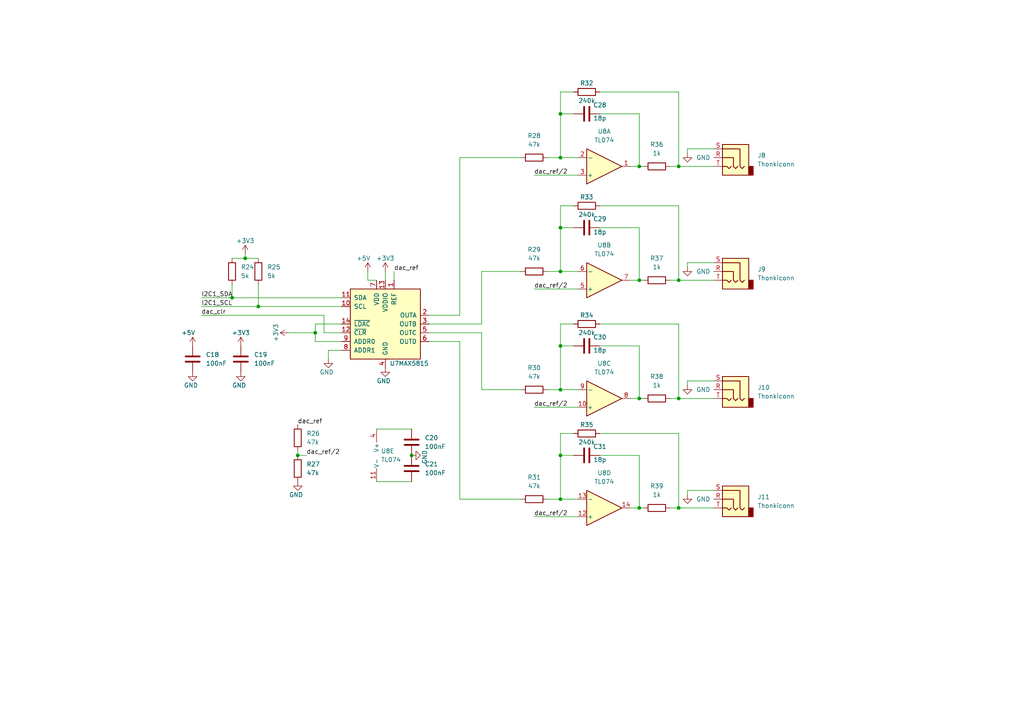
<source format=kicad_sch>
(kicad_sch (version 20211123) (generator eeschema)
  (paper "A4")
  (lib_symbols
    (symbol "Amplifier_Operational:TL074" (pin_names (offset 0.127))
      (property "Reference" "U" (at 0 5.08 0))
      (property "Value" "TL074" (at 0 -5.08 0))
      (symbol "TL074_1_1"
        (polyline (pts (xy -5.08 5.08) (xy 5.08 0) (xy -5.08 -5.08) (xy -5.08 5.08)) (stroke (width 0.254)) (fill (type background)))
        (pin output line (at 7.62 0 180) (length 2.54) (name "~") (number "1"))
        (pin input line (at -7.62 -2.54 0) (length 2.54) (name "-") (number "2"))
        (pin input line (at -7.62 2.54 0) (length 2.54) (name "+") (number "3"))
      )
      (symbol "TL074_2_1"
        (polyline (pts (xy -5.08 5.08) (xy 5.08 0) (xy -5.08 -5.08) (xy -5.08 5.08)) (stroke (width 0.254)) (fill (type background)))
        (pin input line (at -7.62 2.54 0) (length 2.54) (name "+") (number "5"))
        (pin input line (at -7.62 -2.54 0) (length 2.54) (name "-") (number "6"))
        (pin output line (at 7.62 0 180) (length 2.54) (name "~") (number "7"))
      )
      (symbol "TL074_3_1"
        (polyline (pts (xy -5.08 5.08) (xy 5.08 0) (xy -5.08 -5.08) (xy -5.08 5.08)) (stroke (width 0.254)) (fill (type background)))
        (pin input line (at -7.62 2.54 0) (length 2.54) (name "+") (number "10"))
        (pin output line (at 7.62 0 180) (length 2.54) (name "~") (number "8"))
        (pin input line (at -7.62 -2.54 0) (length 2.54) (name "-") (number "9"))
      )
      (symbol "TL074_4_1"
        (polyline (pts (xy -5.08 5.08) (xy 5.08 0) (xy -5.08 -5.08) (xy -5.08 5.08)) (stroke (width 0.254)) (fill (type background)))
        (pin input line (at -7.62 2.54 0) (length 2.54) (name "+") (number "12"))
        (pin input line (at -7.62 -2.54 0) (length 2.54) (name "-") (number "13"))
        (pin output line (at 7.62 0 180) (length 2.54) (name "~") (number "14"))
      )
      (symbol "TL074_5_1"
        (pin power_in line (at -2.54 -7.62 90) (length 3.81) (name "V-") (number "11"))
        (pin power_in line (at -2.54 7.62 270) (length 3.81) (name "V+") (number "4"))
      )
    )
    (symbol "Analog_DAC:MAX5815" (pin_names (offset 1.016))
      (property "Reference" "U" (at -8.89 11.43 0))
      (property "Value" "MAX5815" (at 8.89 11.43 0))
      (symbol "MAX5815_0_1"
        (rectangle (start -10.16 10.16) (end 10.16 -10.16) (stroke (width 0.254)) (fill (type background)))
      )
      (symbol "MAX5815_1_1"
        (pin power_in line (at 2.54 12.7 270) (length 2.54) (name "REF") (number "1"))
        (pin input line (at -12.7 5.08 0) (length 2.54) (name "SCL") (number "10"))
        (pin bidirectional line (at -12.7 7.62 0) (length 2.54) (name "SDA") (number "11"))
        (pin input line (at -12.7 -2.54 0) (length 2.54) (name "~{CLR}") (number "12"))
        (pin power_in line (at 0 12.7 270) (length 2.54) (name "VDDIO") (number "13"))
        (pin input line (at -12.7 0 0) (length 2.54) (name "~{LDAC}") (number "14"))
        (pin output line (at 12.7 2.54 180) (length 2.54) (name "OUTA") (number "2"))
        (pin output line (at 12.7 0 180) (length 2.54) (name "OUTB") (number "3"))
        (pin power_in line (at 0 -12.7 90) (length 2.54) (name "GND") (number "4"))
        (pin output line (at 12.7 -2.54 180) (length 2.54) (name "OUTC") (number "5"))
        (pin output line (at 12.7 -5.08 180) (length 2.54) (name "OUTD") (number "6"))
        (pin power_in line (at -2.54 12.7 270) (length 2.54) (name "VDD") (number "7"))
        (pin input line (at -12.7 -7.62 0) (length 2.54) (name "ADDR1") (number "8"))
        (pin input line (at -12.7 -5.08 0) (length 2.54) (name "ADDR0") (number "9"))
      )
    )
    (symbol "Connector:AudioJack3"
      (property "Reference" "J" (at 0 8.89 0))
      (property "Value" "AudioJack3" (at 0 6.35 0))
      (symbol "AudioJack3_0_1"
        (rectangle (start -5.08 -5.08) (end -6.35 -2.54) (stroke (width 0.254)) (fill (type outline)))
        (polyline (pts (xy 0 -2.54) (xy 0.635 -3.175) (xy 1.27 -2.54) (xy 2.54 -2.54)) (stroke (width 0.254)))
        (polyline (pts (xy -1.905 -2.54) (xy -1.27 -3.175) (xy -0.635 -2.54) (xy -0.635 0) (xy 2.54 0)) (stroke (width 0.254)))
        (polyline (pts (xy 2.54 2.54) (xy -2.54 2.54) (xy -2.54 -2.54) (xy -3.175 -3.175) (xy -3.81 -2.54)) (stroke (width 0.254)))
        (rectangle (start 2.54 3.81) (end -5.08 -5.08) (stroke (width 0.254)) (fill (type background)))
      )
      (symbol "AudioJack3_1_1"
        (pin passive line (at 5.08 0 180) (length 2.54) (name "~") (number "R"))
        (pin passive line (at 5.08 2.54 180) (length 2.54) (name "~") (number "S"))
        (pin passive line (at 5.08 -2.54 180) (length 2.54) (name "~") (number "T"))
      )
    )
    (symbol "Device:C" (pin_numbers hide) (pin_names (offset 0.254))
      (property "Reference" "C" (at 0.635 2.54 0))
      (property "Value" "C" (at 0.635 -2.54 0))
      (symbol "C_0_1"
        (polyline (pts (xy -2.032 -0.762) (xy 2.032 -0.762)) (stroke (width 0.508)))
        (polyline (pts (xy -2.032 0.762) (xy 2.032 0.762)) (stroke (width 0.508)))
      )
      (symbol "C_1_1"
        (pin passive line (at 0 3.81 270) (length 2.794) (name "~") (number "1"))
        (pin passive line (at 0 -3.81 90) (length 2.794) (name "~") (number "2"))
      )
    )
    (symbol "Device:R" (pin_numbers hide) (pin_names (offset 0))
      (property "Reference" "R" (at 2.032 0 90))
      (property "Value" "R" (at 0 0 90))
      (symbol "R_0_1"
        (rectangle (start -1.016 -2.54) (end 1.016 2.54) (stroke (width 0.254)))
      )
      (symbol "R_1_1"
        (pin passive line (at 0 3.81 270) (length 1.27) (name "~") (number "1"))
        (pin passive line (at 0 -3.81 90) (length 1.27) (name "~") (number "2"))
      )
    )
    (symbol "power:+3.3V" (power) (pin_names (offset 0))
      (property "Value" "+3.3V" (at 0 3.556 0))
      (symbol "+3.3V_0_1"
        (polyline (pts (xy -0.762 1.27) (xy 0 2.54)))
        (polyline (pts (xy 0 0) (xy 0 2.54)))
        (polyline (pts (xy 0 2.54) (xy 0.762 1.27)))
      )
      (symbol "+3.3V_1_1"
        (pin power_in line (at 0 0 90) (length 0) hide (name "+3V3") (number "1"))
      )
    )
    (symbol "power:+5V" (power) (pin_names (offset 0))
      (property "Value" "+5V" (at 0 3.556 0))
      (symbol "+5V_0_1"
        (polyline (pts (xy -0.762 1.27) (xy 0 2.54)))
        (polyline (pts (xy 0 0) (xy 0 2.54)))
        (polyline (pts (xy 0 2.54) (xy 0.762 1.27)))
      )
      (symbol "+5V_1_1"
        (pin power_in line (at 0 0 90) (length 0) hide (name "+5V") (number "1"))
      )
    )
    (symbol "power:GND" (power) (pin_names (offset 0))
      (property "Value" "GND" (at 0 -3.81 0))
      (symbol "GND_0_1"
        (polyline (pts (xy 0 0) (xy 0 -1.27) (xy 1.27 -1.27) (xy 0 -2.54) (xy -1.27 -1.27) (xy 0 -1.27)))
      )
      (symbol "GND_1_1"
        (pin power_in line (at 0 0 270) (length 0) hide (name "GND") (number "1"))
      )
    )
  )
  (junction (at 162.56 66.04))
  (junction (at 185.42 48.26))
  (junction (at 185.42 81.28))
  (junction (at 196.85 81.28))
  (junction (at 162.56 78.74))
  (junction (at 162.56 100.33))
  (junction (at 162.56 45.72))
  (junction (at 162.56 113.03))
  (junction (at 196.85 48.26))
  (junction (at 162.56 33.02))
  (junction (at 162.56 132.08))
  (junction (at 196.85 115.57))
  (junction (at 86.36 132.08))
  (junction (at 185.42 115.57))
  (junction (at 91.44 96.52))
  (junction (at 162.56 144.78))
  (junction (at 119.38 132.08))
  (junction (at 74.93 88.9))
  (junction (at 196.85 147.32))
  (junction (at 67.31 86.36))
  (junction (at 71.12 74.93))
  (junction (at 185.42 147.32))
  (wire (pts (xy 67.31 86.36) (xy 99.06 86.36)))
  (wire (pts (xy 182.88 147.32) (xy 185.42 147.32)))
  (wire (pts (xy 58.42 91.44) (xy 93.98 91.44)))
  (wire (pts (xy 166.37 33.02) (xy 162.56 33.02)))
  (wire (pts (xy 93.98 96.52) (xy 93.98 91.44)))
  (wire (pts (xy 196.85 93.98) (xy 196.85 115.57)))
  (wire (pts (xy 199.39 77.47) (xy 199.39 76.2)))
  (wire (pts (xy 91.44 93.98) (xy 91.44 96.52)))
  (wire (pts (xy 133.35 91.44) (xy 133.35 45.72)))
  (wire (pts (xy 185.42 33.02) (xy 185.42 48.26)))
  (wire (pts (xy 106.68 78.74) (xy 106.68 81.28)))
  (wire (pts (xy 74.93 82.55) (xy 74.93 88.9)))
  (wire (pts (xy 99.06 96.52) (xy 93.98 96.52)))
  (wire (pts (xy 182.88 115.57) (xy 185.42 115.57)))
  (wire (pts (xy 199.39 76.2) (xy 207.01 76.2)))
  (wire (pts (xy 71.12 73.66) (xy 71.12 74.93)))
  (wire (pts (xy 199.39 111.76) (xy 199.39 110.49)))
  (wire (pts (xy 124.46 91.44) (xy 133.35 91.44)))
  (wire (pts (xy 95.25 101.6) (xy 99.06 101.6)))
  (wire (pts (xy 199.39 142.24) (xy 207.01 142.24)))
  (wire (pts (xy 162.56 93.98) (xy 166.37 93.98)))
  (wire (pts (xy 162.56 100.33) (xy 162.56 113.03)))
  (wire (pts (xy 74.93 88.9) (xy 99.06 88.9)))
  (wire (pts (xy 166.37 100.33) (xy 162.56 100.33)))
  (wire (pts (xy 196.85 125.73) (xy 196.85 147.32)))
  (wire (pts (xy 199.39 44.45) (xy 199.39 43.18)))
  (wire (pts (xy 185.42 48.26) (xy 186.69 48.26)))
  (wire (pts (xy 154.94 118.11) (xy 167.64 118.11)))
  (wire (pts (xy 162.56 26.67) (xy 166.37 26.67)))
  (wire (pts (xy 58.42 86.36) (xy 67.31 86.36)))
  (wire (pts (xy 196.85 26.67) (xy 196.85 48.26)))
  (wire (pts (xy 162.56 66.04) (xy 162.56 78.74)))
  (wire (pts (xy 133.35 45.72) (xy 151.13 45.72)))
  (wire (pts (xy 151.13 144.78) (xy 133.35 144.78)))
  (wire (pts (xy 158.75 113.03) (xy 162.56 113.03)))
  (wire (pts (xy 109.22 139.7) (xy 119.38 139.7)))
  (wire (pts (xy 91.44 99.06) (xy 91.44 96.52)))
  (wire (pts (xy 162.56 26.67) (xy 162.56 33.02)))
  (wire (pts (xy 158.75 144.78) (xy 162.56 144.78)))
  (wire (pts (xy 162.56 59.69) (xy 162.56 66.04)))
  (wire (pts (xy 139.7 93.98) (xy 139.7 78.74)))
  (wire (pts (xy 182.88 48.26) (xy 185.42 48.26)))
  (wire (pts (xy 173.99 66.04) (xy 185.42 66.04)))
  (wire (pts (xy 99.06 99.06) (xy 91.44 99.06)))
  (wire (pts (xy 109.22 124.46) (xy 119.38 124.46)))
  (wire (pts (xy 111.76 78.74) (xy 111.76 81.28)))
  (wire (pts (xy 166.37 132.08) (xy 162.56 132.08)))
  (wire (pts (xy 196.85 81.28) (xy 194.31 81.28)))
  (wire (pts (xy 154.94 50.8) (xy 167.64 50.8)))
  (wire (pts (xy 196.85 48.26) (xy 194.31 48.26)))
  (wire (pts (xy 199.39 43.18) (xy 207.01 43.18)))
  (wire (pts (xy 162.56 144.78) (xy 167.64 144.78)))
  (wire (pts (xy 199.39 110.49) (xy 207.01 110.49)))
  (wire (pts (xy 162.56 113.03) (xy 167.64 113.03)))
  (wire (pts (xy 173.99 93.98) (xy 196.85 93.98)))
  (wire (pts (xy 185.42 100.33) (xy 185.42 115.57)))
  (wire (pts (xy 124.46 96.52) (xy 139.7 96.52)))
  (wire (pts (xy 162.56 132.08) (xy 162.56 144.78)))
  (wire (pts (xy 199.39 143.51) (xy 199.39 142.24)))
  (wire (pts (xy 196.85 59.69) (xy 196.85 81.28)))
  (wire (pts (xy 173.99 100.33) (xy 185.42 100.33)))
  (wire (pts (xy 173.99 59.69) (xy 196.85 59.69)))
  (wire (pts (xy 124.46 93.98) (xy 139.7 93.98)))
  (wire (pts (xy 182.88 81.28) (xy 185.42 81.28)))
  (wire (pts (xy 185.42 132.08) (xy 185.42 147.32)))
  (wire (pts (xy 95.25 104.14) (xy 95.25 101.6)))
  (wire (pts (xy 162.56 33.02) (xy 162.56 45.72)))
  (wire (pts (xy 99.06 93.98) (xy 91.44 93.98)))
  (wire (pts (xy 173.99 132.08) (xy 185.42 132.08)))
  (wire (pts (xy 162.56 59.69) (xy 166.37 59.69)))
  (wire (pts (xy 162.56 93.98) (xy 162.56 100.33)))
  (wire (pts (xy 158.75 45.72) (xy 162.56 45.72)))
  (wire (pts (xy 133.35 99.06) (xy 124.46 99.06)))
  (wire (pts (xy 86.36 132.08) (xy 88.9 132.08)))
  (wire (pts (xy 139.7 78.74) (xy 151.13 78.74)))
  (wire (pts (xy 139.7 113.03) (xy 151.13 113.03)))
  (wire (pts (xy 166.37 66.04) (xy 162.56 66.04)))
  (wire (pts (xy 71.12 74.93) (xy 74.93 74.93)))
  (wire (pts (xy 154.94 83.82) (xy 167.64 83.82)))
  (wire (pts (xy 158.75 78.74) (xy 162.56 78.74)))
  (wire (pts (xy 114.3 78.74) (xy 114.3 81.28)))
  (wire (pts (xy 185.42 147.32) (xy 186.69 147.32)))
  (wire (pts (xy 173.99 26.67) (xy 196.85 26.67)))
  (wire (pts (xy 67.31 82.55) (xy 67.31 86.36)))
  (wire (pts (xy 185.42 66.04) (xy 185.42 81.28)))
  (wire (pts (xy 133.35 144.78) (xy 133.35 99.06)))
  (wire (pts (xy 162.56 125.73) (xy 162.56 132.08)))
  (wire (pts (xy 196.85 81.28) (xy 207.01 81.28)))
  (wire (pts (xy 139.7 96.52) (xy 139.7 113.03)))
  (wire (pts (xy 162.56 45.72) (xy 167.64 45.72)))
  (wire (pts (xy 196.85 147.32) (xy 207.01 147.32)))
  (wire (pts (xy 58.42 88.9) (xy 74.93 88.9)))
  (wire (pts (xy 196.85 48.26) (xy 207.01 48.26)))
  (wire (pts (xy 185.42 115.57) (xy 186.69 115.57)))
  (wire (pts (xy 162.56 125.73) (xy 166.37 125.73)))
  (wire (pts (xy 173.99 125.73) (xy 196.85 125.73)))
  (wire (pts (xy 173.99 33.02) (xy 185.42 33.02)))
  (wire (pts (xy 196.85 115.57) (xy 207.01 115.57)))
  (wire (pts (xy 109.22 81.28) (xy 106.68 81.28)))
  (wire (pts (xy 86.36 130.81) (xy 86.36 132.08)))
  (wire (pts (xy 196.85 115.57) (xy 194.31 115.57)))
  (wire (pts (xy 67.31 74.93) (xy 71.12 74.93)))
  (wire (pts (xy 162.56 78.74) (xy 167.64 78.74)))
  (wire (pts (xy 83.82 96.52) (xy 91.44 96.52)))
  (wire (pts (xy 185.42 81.28) (xy 186.69 81.28)))
  (wire (pts (xy 154.94 149.86) (xy 167.64 149.86)))
  (wire (pts (xy 196.85 147.32) (xy 194.31 147.32)))
  (label "dac_ref" (at 114.3 78.74 0))
  (label "dac_clr" (at 58.42 91.44 0))
  (label "dac_ref" (at 86.36 123.19 0))
  (label "dac_ref{slash}2" (at 88.9 132.08 0))
  (label "dac_ref{slash}2" (at 154.94 118.11 0))
  (label "dac_ref{slash}2" (at 154.94 83.82 0))
  (label "dac_ref{slash}2" (at 154.94 149.86 0))
  (label "dac_ref{slash}2" (at 154.94 50.8 0))
  (label "I2C1_SDA" (at 58.42 86.36 0))
  (label "I2C1_SCL" (at 58.42 88.9 0))
  (symbol (lib_id "power:GND") (at 95.25 104.14 0) (unit 1)
    (property "Reference" "#PWR0153" (effects hide))
    (property "Value" "GND" (at 92.71 107.95 0) (effects (justify left)))
  )
  (symbol (lib_id "power:+3.3V") (at 111.76 78.74 0) (unit 1)
    (property "Reference" "#PWR0140" (effects hide))
    (property "Value" "+3.3V" (at 111.76 74.93 0))
  )
  (symbol (lib_id "Amplifier_Operational:TL074") (at 111.76 132.08 0) (unit 5)
    (property "Reference" "U8" (at 110.49 130.8099 0) (effects (justify left)))
    (property "Value" "TL074" (at 110.49 133.3499 0) (effects (justify left)))
    (property "Footprint" "Package_SO:SOIC-14_3.9x8.7mm_P1.27mm" (effects hide))
    (property "Datasheet" "http://www.ti.com/lit/ds/symlink/tl071.pdf" (effects hide))
  )
  (symbol (lib_id "Device:R") (at 190.5 147.32 90) (unit 1)
    (property "Reference" "R39" (at 190.5 140.97 90))
    (property "Value" "1k" (at 190.5 143.51 90))
    (property "Footprint" "Resistor_SMD:R_0603_1608Metric" (effects hide))
  )
  (symbol (lib_id "power:+3.3V") (at 71.12 73.66 0) (unit 1)
    (property "Reference" "#PWR0146" (effects hide))
    (property "Value" "+3.3V" (at 71.12 69.85 0))
  )
  (symbol (lib_id "Device:C") (at 119.38 128.27 0) (unit 1)
    (property "Reference" "C20" (at 123.19 126.9999 0) (effects (justify left)))
    (property "Value" "100nF" (at 123.19 129.5399 0) (effects (justify left)))
    (property "Footprint" "Capacitor_SMD:C_0603_1608Metric" (effects hide))
  )
  (symbol (lib_id "Device:R") (at 154.94 144.78 90) (unit 1)
    (property "Reference" "R31" (at 154.94 138.43 90))
    (property "Value" "47k" (at 154.94 140.97 90))
    (property "Footprint" "Resistor_SMD:R_0603_1608Metric" (effects hide))
  )
  (symbol (lib_id "Device:R") (at 154.94 45.72 90) (unit 1)
    (property "Reference" "R28" (at 154.94 39.37 90))
    (property "Value" "47k" (at 154.94 41.91 90))
    (property "Footprint" "Resistor_SMD:R_0603_1608Metric" (effects hide))
  )
  (symbol (lib_id "Device:C") (at 170.18 33.02 90) (unit 1)
    (property "Reference" "C28" (at 173.99 30.48 90))
    (property "Value" "18p" (at 173.99 34.29 90))
    (property "Footprint" "Capacitor_SMD:C_0603_1608Metric" (effects hide))
  )
  (symbol (lib_id "power:GND") (at 199.39 77.47 0) (unit 1)
    (property "Reference" "#PWR0142" (effects hide))
    (property "Value" "GND" (at 201.93 78.7399 0) (effects (justify left)))
  )
  (symbol (lib_id "power:GND") (at 86.36 139.7 0) (unit 1)
    (property "Reference" "#PWR0143" (effects hide))
    (property "Value" "GND" (at 83.82 143.51 0) (effects (justify left)))
  )
  (symbol (lib_id "Connector:AudioJack3") (at 212.09 144.78 0) (mirror y) (unit 1)
    (property "Reference" "J11" (at 219.71 144.1449 0) (effects (justify right)))
    (property "Value" "Thonkiconn" (at 219.71 146.6849 0) (effects (justify right)))
    (property "Footprint" "Connector_Audio:Jack_3.5mm_QingPu_WQP-PJ398SM_Vertical_CircularHoles" (effects hide))
  )
  (symbol (lib_id "Device:R") (at 154.94 113.03 90) (unit 1)
    (property "Reference" "R30" (at 154.94 106.68 90))
    (property "Value" "47k" (at 154.94 109.22 90))
    (property "Footprint" "Resistor_SMD:R_0603_1608Metric" (effects hide))
  )
  (symbol (lib_id "Amplifier_Operational:TL074") (at 175.26 48.26 0) (mirror x) (unit 1)
    (property "Reference" "U8" (at 175.26 38.1 0))
    (property "Value" "TL074" (at 175.26 40.64 0))
    (property "Footprint" "Package_SO:SOIC-14_3.9x8.7mm_P1.27mm" (effects hide))
    (property "Datasheet" "http://www.ti.com/lit/ds/symlink/tl071.pdf" (effects hide))
  )
  (symbol (lib_id "power:GND") (at 119.38 132.08 90) (unit 1)
    (property "Reference" "#PWR0138" (effects hide))
    (property "Value" "GND" (at 123.19 134.62 0) (effects (justify left)))
  )
  (symbol (lib_id "power:GND") (at 55.88 107.95 0) (unit 1)
    (property "Reference" "#PWR0150" (effects hide))
    (property "Value" "GND" (at 53.34 111.76 0) (effects (justify left)))
  )
  (symbol (lib_id "Device:R") (at 190.5 115.57 90) (unit 1)
    (property "Reference" "R38" (at 190.5 109.22 90))
    (property "Value" "1k" (at 190.5 111.76 90))
    (property "Footprint" "Resistor_SMD:R_0603_1608Metric" (effects hide))
  )
  (symbol (lib_id "Analog_DAC:MAX5815") (at 111.76 93.98 0) (unit 1)
    (property "Reference" "U7" (at 113.03 105.41 0) (effects (justify left)))
    (property "Value" "MAX5815" (at 115.57 105.41 0) (effects (justify left)))
    (property "Footprint" "Package_SO:TSSOP-14_4.4x5mm_P0.65mm" (effects hide))
    (property "Datasheet" "http://datasheets.maximintegrated.com/en/ds/MAX5813-MAX5815.pdf" (effects hide))
  )
  (symbol (lib_id "Device:R") (at 86.36 135.89 180) (unit 1)
    (property "Reference" "R27" (at 88.9 134.6199 0) (effects (justify right)))
    (property "Value" "47k" (at 88.9 137.1599 0) (effects (justify right)))
    (property "Footprint" "Resistor_SMD:R_0603_1608Metric" (effects hide))
  )
  (symbol (lib_id "Device:R") (at 74.93 78.74 0) (unit 1)
    (property "Reference" "R25" (at 77.47 77.4699 0) (effects (justify left)))
    (property "Value" "5k" (at 77.47 80.0099 0) (effects (justify left)))
    (property "Footprint" "Resistor_SMD:R_0603_1608Metric" (effects hide))
  )
  (symbol (lib_id "power:GND") (at 199.39 44.45 0) (unit 1)
    (property "Reference" "#PWR0141" (effects hide))
    (property "Value" "GND" (at 201.93 45.7199 0) (effects (justify left)))
  )
  (symbol (lib_id "power:GND") (at 199.39 111.76 0) (unit 1)
    (property "Reference" "#PWR0137" (effects hide))
    (property "Value" "GND" (at 201.93 113.0299 0) (effects (justify left)))
  )
  (symbol (lib_id "Connector:AudioJack3") (at 212.09 113.03 0) (mirror y) (unit 1)
    (property "Reference" "J10" (at 219.71 112.3949 0) (effects (justify right)))
    (property "Value" "Thonkiconn" (at 219.71 114.9349 0) (effects (justify right)))
    (property "Footprint" "Connector_Audio:Jack_3.5mm_QingPu_WQP-PJ398SM_Vertical_CircularHoles" (effects hide))
  )
  (symbol (lib_id "Device:C") (at 170.18 100.33 90) (unit 1)
    (property "Reference" "C30" (at 173.99 97.79 90))
    (property "Value" "18p" (at 173.99 101.6 90))
    (property "Footprint" "Capacitor_SMD:C_0603_1608Metric" (effects hide))
  )
  (symbol (lib_id "Device:C") (at 170.18 132.08 90) (unit 1)
    (property "Reference" "C31" (at 173.99 129.54 90))
    (property "Value" "18p" (at 173.99 133.35 90))
    (property "Footprint" "Capacitor_SMD:C_0603_1608Metric" (effects hide))
  )
  (symbol (lib_id "power:GND") (at 199.39 143.51 0) (unit 1)
    (property "Reference" "#PWR0136" (effects hide))
    (property "Value" "GND" (at 201.93 144.7799 0) (effects (justify left)))
  )
  (symbol (lib_id "Device:R") (at 170.18 125.73 90) (unit 1)
    (property "Reference" "R35" (at 170.18 123.19 90))
    (property "Value" "240k" (at 170.18 128.27 90))
    (property "Footprint" "Resistor_SMD:R_0603_1608Metric" (effects hide))
  )
  (symbol (lib_id "Amplifier_Operational:TL074") (at 175.26 115.57 0) (mirror x) (unit 3)
    (property "Reference" "U8" (at 175.26 105.41 0))
    (property "Value" "TL074" (at 175.26 107.95 0))
    (property "Footprint" "Package_SO:SOIC-14_3.9x8.7mm_P1.27mm" (effects hide))
    (property "Datasheet" "http://www.ti.com/lit/ds/symlink/tl071.pdf" (effects hide))
  )
  (symbol (lib_id "power:+5V") (at 106.68 78.74 0) (unit 1)
    (property "Reference" "#PWR0144" (effects hide))
    (property "Value" "+5V" (at 105.41 74.93 0))
  )
  (symbol (lib_id "power:+3.3V") (at 69.85 100.33 0) (unit 1)
    (property "Reference" "#PWR0151" (effects hide))
    (property "Value" "+3.3V" (at 69.85 96.52 0))
  )
  (symbol (lib_id "power:GND") (at 111.76 106.68 0) (unit 1)
    (property "Reference" "#PWR0139" (effects hide))
    (property "Value" "GND" (at 109.22 110.49 0) (effects (justify left)))
  )
  (symbol (lib_id "Device:R") (at 190.5 81.28 90) (unit 1)
    (property "Reference" "R37" (at 190.5 74.93 90))
    (property "Value" "1k" (at 190.5 77.47 90))
    (property "Footprint" "Resistor_SMD:R_0603_1608Metric" (effects hide))
  )
  (symbol (lib_id "Device:C") (at 55.88 104.14 0) (unit 1)
    (property "Reference" "C18" (at 59.69 102.8699 0) (effects (justify left)))
    (property "Value" "100nF" (at 59.69 105.4099 0) (effects (justify left)))
    (property "Footprint" "Capacitor_SMD:C_0603_1608Metric" (effects hide))
  )
  (symbol (lib_id "Device:R") (at 190.5 48.26 90) (unit 1)
    (property "Reference" "R36" (at 190.5 41.91 90))
    (property "Value" "1k" (at 190.5 44.45 90))
    (property "Footprint" "Resistor_SMD:R_0603_1608Metric" (effects hide))
  )
  (symbol (lib_id "Device:C") (at 119.38 135.89 0) (unit 1)
    (property "Reference" "C21" (at 123.19 134.6199 0) (effects (justify left)))
    (property "Value" "100nF" (at 123.19 137.1599 0) (effects (justify left)))
    (property "Footprint" "Capacitor_SMD:C_0603_1608Metric" (effects hide))
  )
  (symbol (lib_id "Device:R") (at 86.36 127 180) (unit 1)
    (property "Reference" "R26" (at 88.9 125.7299 0) (effects (justify right)))
    (property "Value" "47k" (at 88.9 128.2699 0) (effects (justify right)))
    (property "Footprint" "Resistor_SMD:R_0603_1608Metric" (effects hide))
  )
  (symbol (lib_id "Device:R") (at 154.94 78.74 90) (unit 1)
    (property "Reference" "R29" (at 154.94 72.39 90))
    (property "Value" "47k" (at 154.94 74.93 90))
    (property "Footprint" "Resistor_SMD:R_0603_1608Metric" (effects hide))
  )
  (symbol (lib_id "Device:R") (at 170.18 26.67 90) (unit 1)
    (property "Reference" "R32" (at 170.18 24.13 90))
    (property "Value" "240k" (at 170.18 29.21 90))
    (property "Footprint" "Resistor_SMD:R_0603_1608Metric" (effects hide))
  )
  (symbol (lib_id "Device:C") (at 170.18 66.04 90) (unit 1)
    (property "Reference" "C29" (at 173.99 63.5 90))
    (property "Value" "18p" (at 173.99 67.31 90))
    (property "Footprint" "Capacitor_SMD:C_0603_1608Metric" (effects hide))
  )
  (symbol (lib_id "power:+5V") (at 55.88 100.33 0) (unit 1)
    (property "Reference" "#PWR0147" (effects hide))
    (property "Value" "+5V" (at 54.61 96.52 0))
  )
  (symbol (lib_id "Connector:AudioJack3") (at 212.09 45.72 0) (mirror y) (unit 1)
    (property "Reference" "J8" (at 219.71 45.0849 0) (effects (justify right)))
    (property "Value" "Thonkiconn" (at 219.71 47.6249 0) (effects (justify right)))
    (property "Footprint" "Connector_Audio:Jack_3.5mm_QingPu_WQP-PJ398SM_Vertical_CircularHoles" (effects hide))
  )
  (symbol (lib_id "Amplifier_Operational:TL074") (at 175.26 147.32 0) (mirror x) (unit 4)
    (property "Reference" "U8" (at 175.26 137.16 0))
    (property "Value" "TL074" (at 175.26 139.7 0))
    (property "Footprint" "Package_SO:SOIC-14_3.9x8.7mm_P1.27mm" (effects hide))
    (property "Datasheet" "http://www.ti.com/lit/ds/symlink/tl071.pdf" (effects hide))
  )
  (symbol (lib_id "Device:R") (at 170.18 59.69 90) (unit 1)
    (property "Reference" "R33" (at 170.18 57.15 90))
    (property "Value" "240k" (at 170.18 62.23 90))
    (property "Footprint" "Resistor_SMD:R_0603_1608Metric" (effects hide))
  )
  (symbol (lib_id "power:+3.3V") (at 83.82 96.52 90) (unit 1)
    (property "Reference" "#PWR0145" (effects hide))
    (property "Value" "+3.3V" (at 80.01 96.52 0))
  )
  (symbol (lib_id "Connector:AudioJack3") (at 212.09 78.74 0) (mirror y) (unit 1)
    (property "Reference" "J9" (at 219.71 78.1049 0) (effects (justify right)))
    (property "Value" "Thonkiconn" (at 219.71 80.6449 0) (effects (justify right)))
    (property "Footprint" "Connector_Audio:Jack_3.5mm_QingPu_WQP-PJ398SM_Vertical_CircularHoles" (effects hide))
  )
  (symbol (lib_id "Device:R") (at 67.31 78.74 0) (unit 1)
    (property "Reference" "R24" (at 69.85 77.4699 0) (effects (justify left)))
    (property "Value" "5k" (at 69.85 80.0099 0) (effects (justify left)))
    (property "Footprint" "Resistor_SMD:R_0603_1608Metric" (effects hide))
  )
  (symbol (lib_id "Amplifier_Operational:TL074") (at 175.26 81.28 0) (mirror x) (unit 2)
    (property "Reference" "U8" (at 175.26 71.12 0))
    (property "Value" "TL074" (at 175.26 73.66 0))
    (property "Footprint" "Package_SO:SOIC-14_3.9x8.7mm_P1.27mm" (effects hide))
    (property "Datasheet" "http://www.ti.com/lit/ds/symlink/tl071.pdf" (effects hide))
  )
  (symbol (lib_id "power:GND") (at 69.85 107.95 0) (unit 1)
    (property "Reference" "#PWR0148" (effects hide))
    (property "Value" "GND" (at 67.31 111.76 0) (effects (justify left)))
  )
  (symbol (lib_id "Device:R") (at 170.18 93.98 90) (unit 1)
    (property "Reference" "R34" (at 170.18 91.44 90))
    (property "Value" "240k" (at 170.18 96.52 90))
    (property "Footprint" "Resistor_SMD:R_0603_1608Metric" (effects hide))
  )
  (symbol (lib_id "Device:C") (at 69.85 104.14 0) (unit 1)
    (property "Reference" "C19" (at 73.66 102.8699 0) (effects (justify left)))
    (property "Value" "100nF" (at 73.66 105.4099 0) (effects (justify left)))
    (property "Footprint" "Capacitor_SMD:C_0603_1608Metric" (effects hide))
  )
)
</source>
